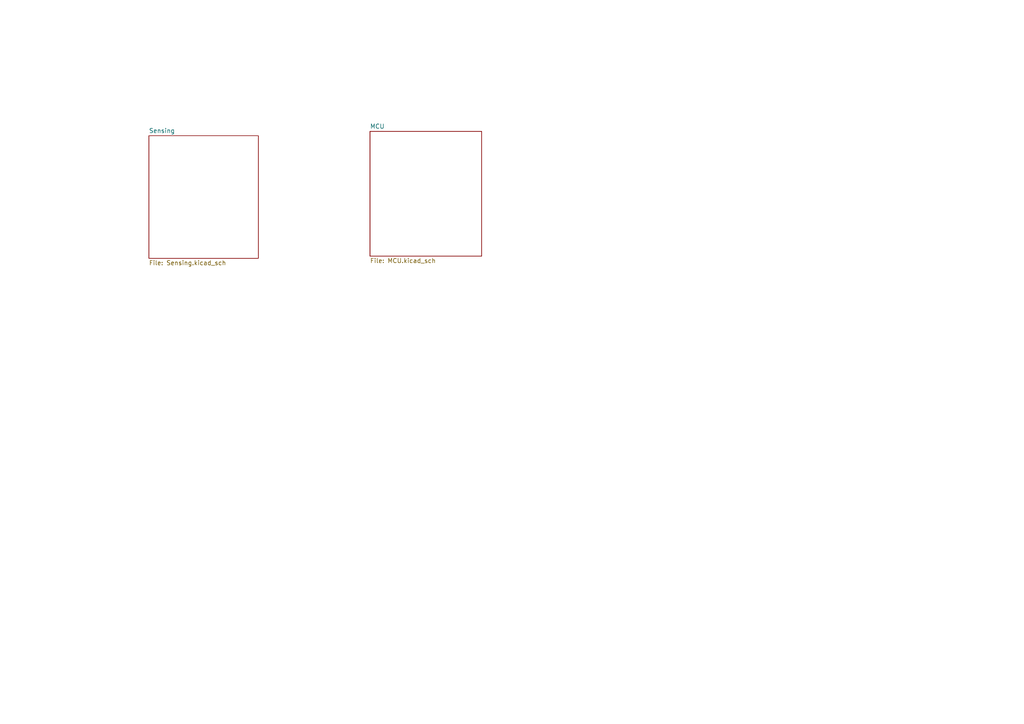
<source format=kicad_sch>
(kicad_sch (version 20230121) (generator eeschema)
  (paper "A4")
  (lib_symbols)
  (sheet (at 107.315 38.1) (size 32.385 36.195) (stroke (width 0.1524))
    (property "Sheetname" "MCU" (at 107.315 37.3884 0) (effects (justify left bottom)))
    (property "Sheetfile" "MCU.kicad_sch" (at 107.315 74.8796 0) (effects (justify left top)))
  )
  (sheet (at 43.18 39.37) (size 31.75 35.56) (stroke (width 0.1524))
    (property "Sheetname" "Sensing" (at 43.18 38.6584 0) (effects (justify left bottom)))
    (property "Sheetfile" "Sensing.kicad_sch" (at 43.18 75.5146 0) (effects (justify left top)))
  )
)
</source>
